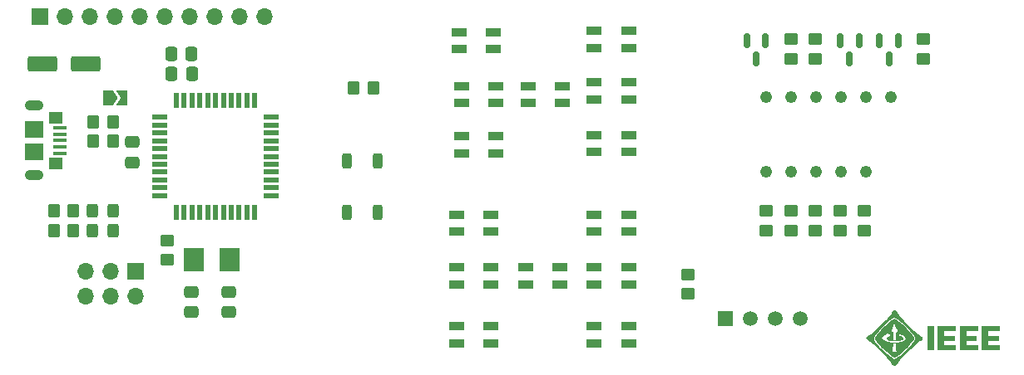
<source format=gts>
G04 #@! TF.GenerationSoftware,KiCad,Pcbnew,8.0.4*
G04 #@! TF.CreationDate,2024-10-24T23:45:57-04:00*
G04 #@! TF.ProjectId,starter_board,73746172-7465-4725-9f62-6f6172642e6b,rev?*
G04 #@! TF.SameCoordinates,Original*
G04 #@! TF.FileFunction,Soldermask,Top*
G04 #@! TF.FilePolarity,Negative*
%FSLAX46Y46*%
G04 Gerber Fmt 4.6, Leading zero omitted, Abs format (unit mm)*
G04 Created by KiCad (PCBNEW 8.0.4) date 2024-10-24 23:45:57*
%MOMM*%
%LPD*%
G01*
G04 APERTURE LIST*
G04 Aperture macros list*
%AMRoundRect*
0 Rectangle with rounded corners*
0 $1 Rounding radius*
0 $2 $3 $4 $5 $6 $7 $8 $9 X,Y pos of 4 corners*
0 Add a 4 corners polygon primitive as box body*
4,1,4,$2,$3,$4,$5,$6,$7,$8,$9,$2,$3,0*
0 Add four circle primitives for the rounded corners*
1,1,$1+$1,$2,$3*
1,1,$1+$1,$4,$5*
1,1,$1+$1,$6,$7*
1,1,$1+$1,$8,$9*
0 Add four rect primitives between the rounded corners*
20,1,$1+$1,$2,$3,$4,$5,0*
20,1,$1+$1,$4,$5,$6,$7,0*
20,1,$1+$1,$6,$7,$8,$9,0*
20,1,$1+$1,$8,$9,$2,$3,0*%
%AMFreePoly0*
4,1,6,0.500000,-0.750000,-0.650000,-0.750000,-0.150000,0.000000,-0.650000,0.750000,0.500000,0.750000,0.500000,-0.750000,0.500000,-0.750000,$1*%
%AMFreePoly1*
4,1,6,1.000000,0.000000,0.500000,-0.750000,-0.500000,-0.750000,-0.500000,0.750000,0.500000,0.750000,1.000000,0.000000,1.000000,0.000000,$1*%
G04 Aperture macros list end*
%ADD10C,0.000000*%
%ADD11C,1.219200*%
%ADD12RoundRect,0.250000X-0.450000X0.350000X-0.450000X-0.350000X0.450000X-0.350000X0.450000X0.350000X0*%
%ADD13R,1.600000X0.850000*%
%ADD14RoundRect,0.250000X0.350000X0.450000X-0.350000X0.450000X-0.350000X-0.450000X0.350000X-0.450000X0*%
%ADD15RoundRect,0.250000X0.250000X-0.525000X0.250000X0.525000X-0.250000X0.525000X-0.250000X-0.525000X0*%
%ADD16RoundRect,0.250000X-0.475000X0.337500X-0.475000X-0.337500X0.475000X-0.337500X0.475000X0.337500X0*%
%ADD17R,1.700000X1.700000*%
%ADD18O,1.700000X1.700000*%
%ADD19R,2.000000X2.400000*%
%ADD20RoundRect,0.150000X-0.150000X0.587500X-0.150000X-0.587500X0.150000X-0.587500X0.150000X0.587500X0*%
%ADD21RoundRect,0.250000X0.450000X-0.350000X0.450000X0.350000X-0.450000X0.350000X-0.450000X-0.350000X0*%
%ADD22C,1.500000*%
%ADD23R,1.500000X1.500000*%
%ADD24RoundRect,0.250000X-0.337500X-0.475000X0.337500X-0.475000X0.337500X0.475000X-0.337500X0.475000X0*%
%ADD25RoundRect,0.250000X0.337500X0.475000X-0.337500X0.475000X-0.337500X-0.475000X0.337500X-0.475000X0*%
%ADD26R,1.400000X0.400000*%
%ADD27O,1.900000X1.050000*%
%ADD28R,1.450000X1.150000*%
%ADD29R,1.900000X1.750000*%
%ADD30RoundRect,0.250000X0.325000X0.450000X-0.325000X0.450000X-0.325000X-0.450000X0.325000X-0.450000X0*%
%ADD31RoundRect,0.250000X-0.350000X-0.450000X0.350000X-0.450000X0.350000X0.450000X-0.350000X0.450000X0*%
%ADD32RoundRect,0.250000X1.250000X0.550000X-1.250000X0.550000X-1.250000X-0.550000X1.250000X-0.550000X0*%
%ADD33FreePoly0,0.000000*%
%ADD34FreePoly1,0.000000*%
%ADD35R,1.500000X0.550000*%
%ADD36R,0.550000X1.500000*%
G04 APERTURE END LIST*
D10*
G36*
X141093990Y-160792000D02*
G01*
X141093990Y-162023871D01*
X140756692Y-162023871D01*
X140419394Y-162023871D01*
X140419394Y-160792000D01*
X140419394Y-159560129D01*
X140756692Y-159560129D01*
X141093990Y-159560129D01*
X141093990Y-160792000D01*
G37*
G36*
X143323090Y-159809437D02*
G01*
X143323090Y-160058744D01*
X142721819Y-160058744D01*
X142120549Y-160058744D01*
X142120549Y-160308051D01*
X142120549Y-160557358D01*
X142677824Y-160557358D01*
X143235099Y-160557358D01*
X143235099Y-160806665D01*
X143235099Y-161055972D01*
X142677824Y-161055972D01*
X142120549Y-161055972D01*
X142120549Y-161290614D01*
X142120549Y-161525256D01*
X142721819Y-161525256D01*
X143323090Y-161525256D01*
X143323090Y-161774564D01*
X143323090Y-162023871D01*
X142384521Y-162023871D01*
X141445953Y-162023871D01*
X141445953Y-160792000D01*
X141445953Y-159560129D01*
X142384521Y-159560129D01*
X143323090Y-159560129D01*
X143323090Y-159809437D01*
G37*
G36*
X145552189Y-159809437D02*
G01*
X145552189Y-160058744D01*
X144965584Y-160058744D01*
X144378979Y-160058744D01*
X144378979Y-160308051D01*
X144378979Y-160557358D01*
X144921588Y-160557358D01*
X145464198Y-160557358D01*
X145464198Y-160806665D01*
X145464198Y-161055972D01*
X144921588Y-161055972D01*
X144378979Y-161055972D01*
X144378979Y-161290614D01*
X144378979Y-161525256D01*
X144965584Y-161525256D01*
X145552189Y-161525256D01*
X145552189Y-161774564D01*
X145552189Y-162023871D01*
X144628286Y-162023871D01*
X143704383Y-162023871D01*
X143704383Y-160792000D01*
X143704383Y-159560129D01*
X144628286Y-159560129D01*
X145552189Y-159560129D01*
X145552189Y-159809437D01*
G37*
G36*
X147810618Y-159809437D02*
G01*
X147810618Y-160058744D01*
X147209348Y-160058744D01*
X146608078Y-160058744D01*
X146608078Y-160308051D01*
X146608078Y-160557358D01*
X147165353Y-160557358D01*
X147722628Y-160557358D01*
X147722628Y-160806665D01*
X147722628Y-161055972D01*
X147165353Y-161055972D01*
X146608078Y-161055972D01*
X146608078Y-161290614D01*
X146608078Y-161525256D01*
X147209348Y-161525256D01*
X147810618Y-161525256D01*
X147810618Y-161774564D01*
X147810618Y-162023871D01*
X146872050Y-162023871D01*
X145933482Y-162023871D01*
X145933482Y-160792000D01*
X145933482Y-159560129D01*
X146872050Y-159560129D01*
X147810618Y-159560129D01*
X147810618Y-159809437D01*
G37*
G36*
X137165107Y-157979729D02*
G01*
X137256824Y-158058255D01*
X137364407Y-158190045D01*
X137373139Y-158201811D01*
X137572050Y-158458248D01*
X137807966Y-158740478D01*
X138071727Y-159038105D01*
X138354170Y-159340732D01*
X138585131Y-159577155D01*
X138854029Y-159840578D01*
X139094586Y-160062578D01*
X139313499Y-160248780D01*
X139517467Y-160404806D01*
X139713189Y-160536278D01*
X139766796Y-160569079D01*
X139862515Y-160628935D01*
X139917627Y-160673416D01*
X139943125Y-160715052D01*
X139950002Y-160766373D01*
X139950110Y-160778015D01*
X139946390Y-160823730D01*
X139929823Y-160864441D01*
X139892304Y-160909130D01*
X139825723Y-160966776D01*
X139721976Y-161046357D01*
X139678806Y-161078515D01*
X139182515Y-161469307D01*
X138702738Y-161890943D01*
X138249567Y-162333519D01*
X137833095Y-162787126D01*
X137463413Y-163241859D01*
X137430858Y-163285072D01*
X137317766Y-163432816D01*
X137230174Y-163536708D01*
X137161120Y-163601753D01*
X137103643Y-163632958D01*
X137050780Y-163635328D01*
X136995569Y-163613871D01*
X136983251Y-163606938D01*
X136947753Y-163573604D01*
X136885863Y-163503043D01*
X136805980Y-163405263D01*
X136716501Y-163290268D01*
X136707089Y-163277865D01*
X136274191Y-162734553D01*
X135840830Y-162248166D01*
X135405275Y-161816981D01*
X134965797Y-161439276D01*
X134558940Y-161139183D01*
X134407128Y-161030854D01*
X134301678Y-160942639D01*
X134236584Y-160868219D01*
X134228359Y-160850309D01*
X134969645Y-160850309D01*
X135003079Y-160956813D01*
X135022665Y-160997384D01*
X135099719Y-161122121D01*
X135215204Y-161274176D01*
X135362288Y-161447052D01*
X135534141Y-161634250D01*
X135723931Y-161829271D01*
X135924828Y-162025618D01*
X136129999Y-162216790D01*
X136332615Y-162396290D01*
X136525844Y-162557619D01*
X136702855Y-162694278D01*
X136856817Y-162799769D01*
X136980898Y-162867593D01*
X136994609Y-162873357D01*
X137076178Y-162898012D01*
X137146202Y-162892318D01*
X137231186Y-162855790D01*
X137336190Y-162791085D01*
X137473388Y-162689880D01*
X137635385Y-162558962D01*
X137814787Y-162405117D01*
X138004200Y-162235134D01*
X138196229Y-162055799D01*
X138383479Y-161873900D01*
X138558556Y-161696224D01*
X138714066Y-161529557D01*
X138842614Y-161380687D01*
X138855266Y-161365099D01*
X138989148Y-161191582D01*
X139082972Y-161049269D01*
X139139328Y-160929082D01*
X139160802Y-160821946D01*
X139149984Y-160718783D01*
X139109460Y-160610517D01*
X139084352Y-160561612D01*
X138985377Y-160404927D01*
X138847035Y-160221830D01*
X138677367Y-160020465D01*
X138484409Y-159808972D01*
X138276199Y-159595495D01*
X138060776Y-159388177D01*
X137846178Y-159195159D01*
X137640441Y-159024584D01*
X137451605Y-158884594D01*
X137385919Y-158841092D01*
X137239332Y-158758479D01*
X137117335Y-158718855D01*
X137005069Y-158721799D01*
X136887668Y-158766890D01*
X136792992Y-158824297D01*
X136637389Y-158937525D01*
X136460422Y-159081773D01*
X136268827Y-159250164D01*
X136069340Y-159435821D01*
X135868696Y-159631867D01*
X135673632Y-159831425D01*
X135490882Y-160027619D01*
X135327182Y-160213571D01*
X135189269Y-160382404D01*
X135083877Y-160527243D01*
X135021807Y-160632611D01*
X134975907Y-160750589D01*
X134969645Y-160850309D01*
X134228359Y-160850309D01*
X134205840Y-160801276D01*
X134201381Y-160763011D01*
X134224609Y-160710671D01*
X134286033Y-160640379D01*
X134373260Y-160563878D01*
X134473897Y-160492914D01*
X134507304Y-160473070D01*
X134658061Y-160375607D01*
X134837886Y-160236687D01*
X135048167Y-160055085D01*
X135290297Y-159829577D01*
X135565665Y-159558939D01*
X135698075Y-159424878D01*
X135947768Y-159167996D01*
X136160121Y-158944720D01*
X136340785Y-158748743D01*
X136495406Y-158573758D01*
X136629634Y-158413455D01*
X136749115Y-158261528D01*
X136797570Y-158196925D01*
X136905487Y-158063067D01*
X136997405Y-157982203D01*
X137081289Y-157954401D01*
X137165107Y-157979729D01*
G37*
G36*
X137104604Y-158812263D02*
G01*
X137165437Y-158834400D01*
X137267617Y-158890086D01*
X137401904Y-158982576D01*
X137560903Y-159105306D01*
X137737220Y-159251713D01*
X137923461Y-159415233D01*
X138112231Y-159589303D01*
X138296136Y-159767359D01*
X138467780Y-159942838D01*
X138619771Y-160109178D01*
X138677396Y-160176442D01*
X138793229Y-160322567D01*
X138896415Y-160467247D01*
X138980810Y-160600581D01*
X139040273Y-160712669D01*
X139068660Y-160793611D01*
X139070203Y-160809525D01*
X139048529Y-160886440D01*
X138987184Y-160995048D01*
X138891683Y-161129844D01*
X138767542Y-161285320D01*
X138620275Y-161455970D01*
X138455398Y-161636288D01*
X138278427Y-161820766D01*
X138094876Y-162003899D01*
X137910260Y-162180180D01*
X137730096Y-162344102D01*
X137559898Y-162490160D01*
X137405181Y-162612845D01*
X137271461Y-162706653D01*
X137164253Y-162766075D01*
X137090935Y-162785656D01*
X137038107Y-162769375D01*
X136955438Y-162727355D01*
X136860404Y-162668528D01*
X136856219Y-162665698D01*
X136682895Y-162539808D01*
X136493040Y-162387606D01*
X136293024Y-162215477D01*
X136275873Y-162199852D01*
X136863542Y-162199852D01*
X137062026Y-162199852D01*
X137260511Y-162199852D01*
X137241454Y-161931374D01*
X137232543Y-161785815D01*
X137225861Y-161638502D01*
X137222559Y-161516058D01*
X137222397Y-161491420D01*
X137222397Y-161319945D01*
X137079191Y-161319945D01*
X136935986Y-161319945D01*
X136917188Y-161547254D01*
X136904810Y-161697214D01*
X136891304Y-161861288D01*
X136880966Y-161987208D01*
X136863542Y-162199852D01*
X136275873Y-162199852D01*
X136089215Y-162029806D01*
X135887985Y-161836976D01*
X135695703Y-161643373D01*
X135518738Y-161455380D01*
X135363462Y-161279382D01*
X135236243Y-161121765D01*
X135143451Y-160988911D01*
X135097543Y-160902984D01*
X135076112Y-160845162D01*
X135072542Y-160798576D01*
X135090289Y-160746335D01*
X135814545Y-160746335D01*
X135832417Y-160817853D01*
X135871187Y-160885428D01*
X135941628Y-160946357D01*
X136054823Y-161012532D01*
X136196054Y-161077448D01*
X136350602Y-161134603D01*
X136503750Y-161177493D01*
X136556827Y-161188393D01*
X136724213Y-161210855D01*
X136917656Y-161224281D01*
X137120287Y-161228675D01*
X137315239Y-161224039D01*
X137485644Y-161210376D01*
X137612686Y-161188203D01*
X137788039Y-161131169D01*
X137942060Y-161059367D01*
X138066054Y-160978660D01*
X138151326Y-160894910D01*
X138189180Y-160813976D01*
X138190295Y-160798840D01*
X138170256Y-160753956D01*
X138119458Y-160690295D01*
X138087639Y-160658114D01*
X138027362Y-160596166D01*
X137990441Y-160548392D01*
X137984983Y-160534710D01*
X137959263Y-160517416D01*
X137892971Y-160490801D01*
X137802412Y-160459900D01*
X137703892Y-160429750D01*
X137613715Y-160405386D01*
X137548186Y-160391845D01*
X137524229Y-160392401D01*
X137526950Y-160422909D01*
X137545139Y-160486183D01*
X137548879Y-160497133D01*
X137577516Y-160561298D01*
X137615818Y-160582798D01*
X137677283Y-160577661D01*
X137750739Y-160576530D01*
X137819778Y-160606086D01*
X137880227Y-160651261D01*
X137956392Y-160736444D01*
X137977915Y-160817815D01*
X137948784Y-160893310D01*
X137872993Y-160960863D01*
X137754531Y-161018408D01*
X137597391Y-161063879D01*
X137405562Y-161095210D01*
X137183037Y-161110337D01*
X136994512Y-161109681D01*
X136835878Y-161102870D01*
X136719762Y-161092525D01*
X136630024Y-161075854D01*
X136550525Y-161050063D01*
X136484325Y-161021393D01*
X136355235Y-160946803D01*
X136284730Y-160870617D01*
X136272774Y-160793427D01*
X136319332Y-160715823D01*
X136424370Y-160638394D01*
X136509761Y-160594854D01*
X136672064Y-160520549D01*
X136524919Y-160435596D01*
X136377774Y-160350642D01*
X136218485Y-160410239D01*
X136093105Y-160468786D01*
X135978402Y-160543001D01*
X135886201Y-160623047D01*
X135828325Y-160699084D01*
X135814545Y-160746335D01*
X135090289Y-160746335D01*
X135090762Y-160744942D01*
X135134699Y-160665979D01*
X135156146Y-160630192D01*
X135248832Y-160493706D01*
X135375902Y-160331903D01*
X135509484Y-160176065D01*
X136757545Y-160176065D01*
X136862433Y-160176065D01*
X136967322Y-160176065D01*
X136947227Y-160601353D01*
X136927132Y-161026642D01*
X137061478Y-161026642D01*
X137195823Y-161026642D01*
X137191216Y-160608686D01*
X137186609Y-160190730D01*
X137307159Y-160181711D01*
X137381796Y-160174618D01*
X137424108Y-160167670D01*
X137427709Y-160165709D01*
X137416725Y-160137838D01*
X137386364Y-160065282D01*
X137340508Y-159957209D01*
X137283040Y-159822786D01*
X137240695Y-159724219D01*
X137053680Y-159289712D01*
X136905613Y-159732888D01*
X136757545Y-160176065D01*
X135509484Y-160176065D01*
X135530474Y-160151578D01*
X135705668Y-159959527D01*
X135894604Y-159762545D01*
X136090402Y-159567428D01*
X136286181Y-159380971D01*
X136475060Y-159209971D01*
X136650160Y-159061221D01*
X136804599Y-158941518D01*
X136931498Y-158857658D01*
X136973179Y-158835589D01*
X137043757Y-158809070D01*
X137104604Y-158812263D01*
G37*
D11*
X123966000Y-136172000D03*
X126506000Y-136172000D03*
X129046000Y-136172000D03*
X131586000Y-136172000D03*
X134126000Y-136172000D03*
X136666000Y-136172000D03*
X134126000Y-143792000D03*
X131586000Y-143792000D03*
X129046000Y-143792000D03*
X126506000Y-143792000D03*
X123966000Y-143792000D03*
D12*
X129006000Y-132292000D03*
X129006000Y-130292000D03*
D13*
X110006000Y-131167000D03*
X110006000Y-129417000D03*
X106506000Y-129417000D03*
X106506000Y-131167000D03*
D14*
X51506000Y-147792000D03*
X53506000Y-147792000D03*
X55506000Y-140692000D03*
X57506000Y-140692000D03*
D15*
X84506000Y-142667000D03*
X84506000Y-147917000D03*
X81306000Y-142667000D03*
X81306000Y-147917000D03*
D12*
X126506000Y-132292000D03*
X126506000Y-130292000D03*
D13*
X96006000Y-155292000D03*
X96006000Y-153542000D03*
X92506000Y-153542000D03*
X92506000Y-155292000D03*
D16*
X69342000Y-156061500D03*
X69342000Y-158136500D03*
D17*
X59817000Y-153924000D03*
D18*
X59817000Y-156464000D03*
X57277000Y-153924000D03*
X57277000Y-156464000D03*
X54737000Y-153924000D03*
X54737000Y-156464000D03*
D13*
X110006000Y-141792000D03*
X110006000Y-140042000D03*
X106506000Y-140042000D03*
X106506000Y-141792000D03*
X110006000Y-161292000D03*
X110006000Y-159542000D03*
X106506000Y-159542000D03*
X106506000Y-161292000D03*
X96006000Y-149917000D03*
X96006000Y-148167000D03*
X92506000Y-148167000D03*
X92506000Y-149917000D03*
D19*
X69414000Y-152781000D03*
X65714000Y-152781000D03*
D13*
X96006000Y-161292000D03*
X96006000Y-159542000D03*
X92506000Y-159542000D03*
X92506000Y-161292000D03*
D20*
X132506000Y-132292000D03*
X131556000Y-130417000D03*
X133456000Y-130417000D03*
D21*
X116006000Y-154292000D03*
X116006000Y-156292000D03*
X134006000Y-147792000D03*
X134006000Y-149792000D03*
D16*
X59506000Y-140792000D03*
X59506000Y-142867000D03*
D13*
X103006000Y-155292000D03*
X103006000Y-153542000D03*
X99506000Y-153542000D03*
X99506000Y-155292000D03*
D17*
X50130000Y-128000000D03*
D18*
X52670000Y-128000000D03*
X55210000Y-128000000D03*
X57750000Y-128000000D03*
X60290000Y-128000000D03*
X62830000Y-128000000D03*
X65370000Y-128000000D03*
X67910000Y-128000000D03*
X70450000Y-128000000D03*
X72990000Y-128000000D03*
D22*
X127506000Y-158792000D03*
X124966000Y-158792000D03*
X122426000Y-158792000D03*
D23*
X119886000Y-158792000D03*
D24*
X65543500Y-133792000D03*
X63468500Y-133792000D03*
D21*
X124006000Y-147792000D03*
X124006000Y-149792000D03*
D20*
X136506000Y-132292000D03*
X135556000Y-130417000D03*
X137456000Y-130417000D03*
D16*
X65532000Y-156061500D03*
X65532000Y-158136500D03*
D25*
X65506000Y-131792000D03*
X63431000Y-131792000D03*
D26*
X52109000Y-139307000D03*
X52109000Y-139957000D03*
X52109000Y-140607000D03*
X52109000Y-141257000D03*
X52109000Y-141907000D03*
D27*
X49459000Y-137032000D03*
D28*
X51689000Y-138287000D03*
D29*
X49459000Y-139482000D03*
X49459000Y-141732000D03*
D28*
X51689000Y-142927000D03*
D27*
X49459000Y-144182000D03*
D13*
X110006000Y-136417000D03*
X110006000Y-134667000D03*
X106506000Y-134667000D03*
X106506000Y-136417000D03*
D30*
X55456000Y-149792000D03*
X57506000Y-149792000D03*
D21*
X63006000Y-150792000D03*
X63006000Y-152792000D03*
D13*
X96256000Y-131292000D03*
X96256000Y-129542000D03*
X92756000Y-129542000D03*
X92756000Y-131292000D03*
D30*
X55456000Y-147792000D03*
X57506000Y-147792000D03*
D21*
X129006000Y-147792000D03*
X129006000Y-149792000D03*
D13*
X96506000Y-136792000D03*
X96506000Y-135042000D03*
X93006000Y-135042000D03*
X93006000Y-136792000D03*
D21*
X131506000Y-147792000D03*
X131506000Y-149792000D03*
D13*
X96506000Y-141917000D03*
X96506000Y-140167000D03*
X93006000Y-140167000D03*
X93006000Y-141917000D03*
D31*
X84006000Y-135292000D03*
X82006000Y-135292000D03*
D14*
X55506000Y-138692000D03*
X57506000Y-138692000D03*
D12*
X140006000Y-132292000D03*
X140006000Y-130292000D03*
D14*
X51506000Y-149792000D03*
X53506000Y-149792000D03*
D21*
X126506000Y-147792000D03*
X126506000Y-149792000D03*
D13*
X110006000Y-155292000D03*
X110006000Y-153542000D03*
X106506000Y-153542000D03*
X106506000Y-155292000D03*
X110006000Y-149917000D03*
X110006000Y-148167000D03*
X106506000Y-148167000D03*
X106506000Y-149917000D03*
D32*
X50306000Y-132792000D03*
X54706000Y-132792000D03*
D20*
X123006000Y-132292000D03*
X122056000Y-130417000D03*
X123956000Y-130417000D03*
D33*
X58506000Y-136292000D03*
D34*
X57056000Y-136292000D03*
D35*
X62260000Y-138240000D03*
X62260000Y-139040000D03*
X62260000Y-139840000D03*
X62260000Y-140640000D03*
X62260000Y-141440000D03*
X62260000Y-142240000D03*
X62260000Y-143040000D03*
X62260000Y-143840000D03*
X62260000Y-144640000D03*
X62260000Y-145440000D03*
X62260000Y-146240000D03*
D36*
X63960000Y-147940000D03*
X64760000Y-147940000D03*
X65560000Y-147940000D03*
X66360000Y-147940000D03*
X67160000Y-147940000D03*
X67960000Y-147940000D03*
X68760000Y-147940000D03*
X69560000Y-147940000D03*
X70360000Y-147940000D03*
X71160000Y-147940000D03*
X71960000Y-147940000D03*
D35*
X73660000Y-146240000D03*
X73660000Y-145440000D03*
X73660000Y-144640000D03*
X73660000Y-143840000D03*
X73660000Y-143040000D03*
X73660000Y-142240000D03*
X73660000Y-141440000D03*
X73660000Y-140640000D03*
X73660000Y-139840000D03*
X73660000Y-139040000D03*
X73660000Y-138240000D03*
D36*
X71960000Y-136540000D03*
X71160000Y-136540000D03*
X70360000Y-136540000D03*
X69560000Y-136540000D03*
X68760000Y-136540000D03*
X67960000Y-136540000D03*
X67160000Y-136540000D03*
X66360000Y-136540000D03*
X65560000Y-136540000D03*
X64760000Y-136540000D03*
X63960000Y-136540000D03*
D13*
X103256000Y-136792000D03*
X103256000Y-135042000D03*
X99756000Y-135042000D03*
X99756000Y-136792000D03*
M02*

</source>
